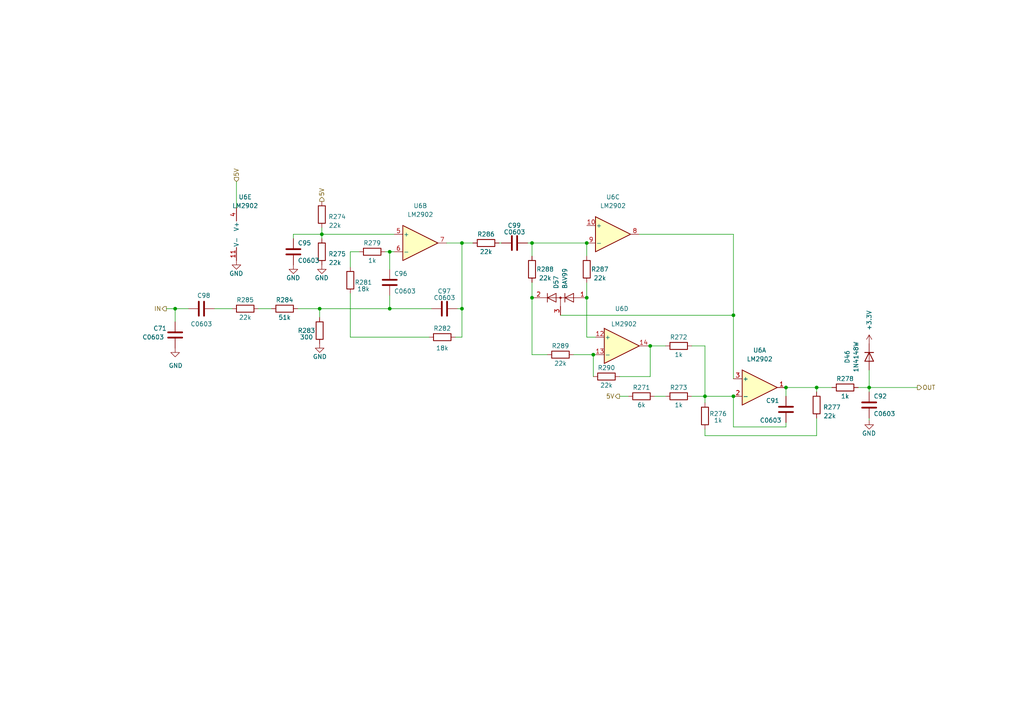
<source format=kicad_sch>
(kicad_sch (version 20211123) (generator eeschema)
  (paper "A4")
  (lib_symbols
    (symbol "Amplifier_Operational:LM2902" (pin_names (offset 0.127))
      (property "Reference" "U" (at 0 5.08 0))
      (property "Value" "LM2902" (at 0 -5.08 0))
      (symbol "LM2902_1_1"
        (polyline (pts (xy -5.08 5.08) (xy 5.08 0) (xy -5.08 -5.08) (xy -5.08 5.08)) (stroke (width 0.254)) (fill (type background)))
        (pin output line (at 7.62 0 180) (length 2.54) (name "~") (number "1"))
        (pin input line (at -7.62 -2.54 0) (length 2.54) (name "-") (number "2"))
        (pin input line (at -7.62 2.54 0) (length 2.54) (name "+") (number "3"))
      )
      (symbol "LM2902_2_1"
        (polyline (pts (xy -5.08 5.08) (xy 5.08 0) (xy -5.08 -5.08) (xy -5.08 5.08)) (stroke (width 0.254)) (fill (type background)))
        (pin input line (at -7.62 2.54 0) (length 2.54) (name "+") (number "5"))
        (pin input line (at -7.62 -2.54 0) (length 2.54) (name "-") (number "6"))
        (pin output line (at 7.62 0 180) (length 2.54) (name "~") (number "7"))
      )
      (symbol "LM2902_3_1"
        (polyline (pts (xy -5.08 5.08) (xy 5.08 0) (xy -5.08 -5.08) (xy -5.08 5.08)) (stroke (width 0.254)) (fill (type background)))
        (pin input line (at -7.62 2.54 0) (length 2.54) (name "+") (number "10"))
        (pin output line (at 7.62 0 180) (length 2.54) (name "~") (number "8"))
        (pin input line (at -7.62 -2.54 0) (length 2.54) (name "-") (number "9"))
      )
      (symbol "LM2902_4_1"
        (polyline (pts (xy -5.08 5.08) (xy 5.08 0) (xy -5.08 -5.08) (xy -5.08 5.08)) (stroke (width 0.254)) (fill (type background)))
        (pin input line (at -7.62 2.54 0) (length 2.54) (name "+") (number "12"))
        (pin input line (at -7.62 -2.54 0) (length 2.54) (name "-") (number "13"))
        (pin output line (at 7.62 0 180) (length 2.54) (name "~") (number "14"))
      )
      (symbol "LM2902_5_1"
        (pin power_in line (at -2.54 -7.62 90) (length 3.81) (name "V-") (number "11"))
        (pin power_in line (at -2.54 7.62 270) (length 3.81) (name "V+") (number "4"))
      )
    )
    (symbol "Device:C" (pin_numbers hide) (pin_names (offset 0.254))
      (property "Reference" "C" (at 0.635 2.54 0))
      (property "Value" "C" (at 0.635 -2.54 0))
      (symbol "C_0_1"
        (polyline (pts (xy -2.032 -0.762) (xy 2.032 -0.762)) (stroke (width 0.508)))
        (polyline (pts (xy -2.032 0.762) (xy 2.032 0.762)) (stroke (width 0.508)))
      )
      (symbol "C_1_1"
        (pin passive line (at 0 3.81 270) (length 2.794) (name "~") (number "1"))
        (pin passive line (at 0 -3.81 90) (length 2.794) (name "~") (number "2"))
      )
    )
    (symbol "Device:R" (pin_numbers hide) (pin_names (offset 0))
      (property "Reference" "R" (at 2.032 0 90))
      (property "Value" "R" (at 0 0 90))
      (symbol "R_0_1"
        (rectangle (start -1.016 -2.54) (end 1.016 2.54) (stroke (width 0.254)))
      )
      (symbol "R_1_1"
        (pin passive line (at 0 3.81 270) (length 1.27) (name "~") (number "1"))
        (pin passive line (at 0 -3.81 90) (length 1.27) (name "~") (number "2"))
      )
    )
    (symbol "Diode:1N4148W" (pin_numbers hide) (pin_names hide)
      (property "Reference" "D" (at 0 2.54 0))
      (property "Value" "1N4148W" (at 0 -2.54 0))
      (symbol "1N4148W_0_1"
        (polyline (pts (xy -1.27 1.27) (xy -1.27 -1.27)) (stroke (width 0.254)))
        (polyline (pts (xy 1.27 0) (xy -1.27 0)))
        (polyline (pts (xy 1.27 1.27) (xy 1.27 -1.27) (xy -1.27 0) (xy 1.27 1.27)) (stroke (width 0.254)))
      )
      (symbol "1N4148W_1_1"
        (pin passive line (at -3.81 0 0) (length 2.54) (name "K") (number "1"))
        (pin passive line (at 3.81 0 180) (length 2.54) (name "A") (number "2"))
      )
    )
    (symbol "Diode:BAV99" (pin_names hide)
      (property "Reference" "D" (at 0 5.08 0))
      (property "Value" "BAV99" (at 0 2.54 0))
      (symbol "BAV99_0_1"
        (polyline (pts (xy -5.08 0) (xy 5.08 0)))
      )
      (symbol "BAV99_1_1"
        (polyline (pts (xy 0 0) (xy 0 -2.54)))
        (polyline (pts (xy -1.27 -1.27) (xy -1.27 1.27) (xy -1.27 1.27)) (stroke (width 0.2032)))
        (polyline (pts (xy 3.81 1.27) (xy 3.81 -1.27) (xy 3.81 -1.27)) (stroke (width 0.2032)))
        (polyline (pts (xy -3.81 1.27) (xy -1.27 0) (xy -3.81 -1.27) (xy -3.81 1.27) (xy -3.81 1.27) (xy -3.81 1.27)) (stroke (width 0.2032)))
        (polyline (pts (xy 1.27 1.27) (xy 3.81 0) (xy 1.27 -1.27) (xy 1.27 1.27) (xy 1.27 1.27) (xy 1.27 1.27)) (stroke (width 0.2032)))
        (circle (center 0 0) (radius 0.254) (fill (type outline)))
        (pin passive line (at -7.62 0 0) (length 2.54) (name "K") (number "1"))
        (pin passive line (at 7.62 0 180) (length 2.54) (name "A") (number "2"))
        (pin passive line (at 0 -5.08 90) (length 2.54) (name "K") (number "3"))
      )
    )
    (symbol "power:+3.3V" (power) (pin_names (offset 0))
      (property "Value" "+3.3V" (at 0 3.556 0))
      (symbol "+3.3V_0_1"
        (polyline (pts (xy -0.762 1.27) (xy 0 2.54)))
        (polyline (pts (xy 0 0) (xy 0 2.54)))
        (polyline (pts (xy 0 2.54) (xy 0.762 1.27)))
      )
      (symbol "+3.3V_1_1"
        (pin power_in line (at 0 0 90) (length 0) hide (name "+3.3V") (number "1"))
      )
    )
    (symbol "power:GND" (power) (pin_names (offset 0))
      (property "Value" "GND" (at 0 -3.81 0))
      (symbol "GND_0_1"
        (polyline (pts (xy 0 0) (xy 0 -1.27) (xy 1.27 -1.27) (xy 0 -2.54) (xy -1.27 -1.27) (xy 0 -1.27)))
      )
      (symbol "GND_1_1"
        (pin power_in line (at 0 0 270) (length 0) hide (name "GND") (number "1"))
      )
    )
  )
  (junction (at 212.725 114.935))
  (junction (at 93.345 67.945))
  (junction (at 252.095 112.395))
  (junction (at 113.03 89.535))
  (junction (at 154.305 86.36))
  (junction (at 92.71 89.535))
  (junction (at 236.855 112.395))
  (junction (at 113.03 73.025))
  (junction (at 188.595 100.33))
  (junction (at 212.725 91.44))
  (junction (at 227.965 112.395))
  (junction (at 133.985 89.535))
  (junction (at 133.985 70.485))
  (junction (at 154.305 70.485))
  (junction (at 172.085 102.87))
  (junction (at 50.8 89.535))
  (junction (at 170.18 86.36))
  (junction (at 170.18 70.485))
  (junction (at 204.47 114.935))
  (wire (pts (xy 212.725 91.44) (xy 212.725 67.945)))
  (wire (pts (xy 252.095 121.92) (xy 252.095 121.285)))
  (wire (pts (xy 204.47 116.84) (xy 204.47 114.935)))
  (wire (pts (xy 172.085 102.87) (xy 172.72 102.87)))
  (wire (pts (xy 133.985 97.79) (xy 133.985 89.535)))
  (wire (pts (xy 204.47 124.46) (xy 204.47 126.365)))
  (wire (pts (xy 204.47 126.365) (xy 236.855 126.365)))
  (wire (pts (xy 101.6 77.47) (xy 101.6 73.025)))
  (wire (pts (xy 170.18 97.79) (xy 172.72 97.79)))
  (wire (pts (xy 212.725 123.825) (xy 227.965 123.825)))
  (wire (pts (xy 188.595 109.22) (xy 188.595 100.33)))
  (wire (pts (xy 172.085 102.87) (xy 172.085 109.22)))
  (wire (pts (xy 125.095 89.535) (xy 113.03 89.535)))
  (wire (pts (xy 236.855 121.285) (xy 236.855 126.365)))
  (wire (pts (xy 114.3 67.945) (xy 93.345 67.945)))
  (wire (pts (xy 187.96 100.33) (xy 188.595 100.33)))
  (wire (pts (xy 170.18 70.485) (xy 170.18 74.295)))
  (wire (pts (xy 154.305 102.87) (xy 158.75 102.87)))
  (wire (pts (xy 162.56 91.44) (xy 212.725 91.44)))
  (wire (pts (xy 85.09 69.215) (xy 85.09 67.945)))
  (wire (pts (xy 266.065 112.395) (xy 252.095 112.395)))
  (wire (pts (xy 101.6 73.025) (xy 104.14 73.025)))
  (wire (pts (xy 62.23 89.535) (xy 67.31 89.535)))
  (wire (pts (xy 154.305 70.485) (xy 154.305 74.295)))
  (wire (pts (xy 50.8 89.535) (xy 50.8 93.345)))
  (wire (pts (xy 85.09 67.945) (xy 93.345 67.945)))
  (wire (pts (xy 93.345 67.945) (xy 93.345 69.215)))
  (wire (pts (xy 227.965 112.395) (xy 236.855 112.395)))
  (wire (pts (xy 212.725 114.935) (xy 212.725 123.825)))
  (wire (pts (xy 132.08 97.79) (xy 133.985 97.79)))
  (wire (pts (xy 170.18 81.915) (xy 170.18 86.36)))
  (wire (pts (xy 133.985 89.535) (xy 132.715 89.535)))
  (wire (pts (xy 200.66 114.935) (xy 204.47 114.935)))
  (wire (pts (xy 236.855 113.665) (xy 236.855 112.395)))
  (wire (pts (xy 50.8 89.535) (xy 54.61 89.535)))
  (wire (pts (xy 68.58 52.705) (xy 68.58 60.325)))
  (wire (pts (xy 188.595 100.33) (xy 193.04 100.33)))
  (wire (pts (xy 212.725 109.855) (xy 212.725 91.44)))
  (wire (pts (xy 166.37 102.87) (xy 172.085 102.87)))
  (wire (pts (xy 189.865 114.935) (xy 193.04 114.935)))
  (wire (pts (xy 200.66 100.33) (xy 204.47 100.33)))
  (wire (pts (xy 252.095 107.315) (xy 252.095 112.395)))
  (wire (pts (xy 212.725 67.945) (xy 185.42 67.945)))
  (wire (pts (xy 92.71 89.535) (xy 113.03 89.535)))
  (wire (pts (xy 227.965 122.555) (xy 227.965 123.825)))
  (wire (pts (xy 154.305 86.36) (xy 154.305 81.915)))
  (wire (pts (xy 93.345 66.04) (xy 93.345 67.945)))
  (wire (pts (xy 204.47 100.33) (xy 204.47 114.935)))
  (wire (pts (xy 179.705 114.935) (xy 182.245 114.935)))
  (wire (pts (xy 124.46 97.79) (xy 101.6 97.79)))
  (wire (pts (xy 154.305 102.87) (xy 154.305 86.36)))
  (wire (pts (xy 114.3 73.025) (xy 113.03 73.025)))
  (wire (pts (xy 74.93 89.535) (xy 78.74 89.535)))
  (wire (pts (xy 86.36 89.535) (xy 92.71 89.535)))
  (wire (pts (xy 113.03 89.535) (xy 113.03 85.725)))
  (wire (pts (xy 101.6 97.79) (xy 101.6 85.09)))
  (wire (pts (xy 170.18 86.36) (xy 170.18 97.79)))
  (wire (pts (xy 48.26 89.535) (xy 50.8 89.535)))
  (wire (pts (xy 113.03 73.025) (xy 113.03 78.105)))
  (wire (pts (xy 145.415 70.485) (xy 144.78 70.485)))
  (wire (pts (xy 227.965 112.395) (xy 227.965 114.935)))
  (wire (pts (xy 113.03 73.025) (xy 111.76 73.025)))
  (wire (pts (xy 92.71 92.075) (xy 92.71 89.535)))
  (wire (pts (xy 248.92 112.395) (xy 252.095 112.395)))
  (wire (pts (xy 153.035 70.485) (xy 154.305 70.485)))
  (wire (pts (xy 179.705 109.22) (xy 188.595 109.22)))
  (wire (pts (xy 133.985 70.485) (xy 133.985 89.535)))
  (wire (pts (xy 252.095 112.395) (xy 252.095 113.665)))
  (wire (pts (xy 137.16 70.485) (xy 133.985 70.485)))
  (wire (pts (xy 236.855 112.395) (xy 241.3 112.395)))
  (wire (pts (xy 204.47 114.935) (xy 212.725 114.935)))
  (wire (pts (xy 129.54 70.485) (xy 133.985 70.485)))
  (wire (pts (xy 154.305 70.485) (xy 170.18 70.485)))
  (wire (pts (xy 154.305 86.36) (xy 154.94 86.36)))
  (hierarchical_label "5V" (shape output) (at 93.345 58.42 90))
  (hierarchical_label "IN" (shape output) (at 48.26 89.535 180))
  (hierarchical_label "5V" (shape output) (at 179.705 114.935 180))
  (hierarchical_label "OUT" (shape output) (at 266.065 112.395 0))
  (hierarchical_label "5V" (shape input) (at 68.58 52.705 90))
  (symbol (lib_id "Device:R") (at 101.6 81.28 0) (mirror y) (unit 1)
    (property "Reference" "R281" (at 105.41 81.915 0))
    (property "Value" "18k" (at 105.41 83.82 0))
    (property "Footprint" "Resistor_SMD:R_0603_1608Metric" (effects hide))
  )
  (symbol (lib_id "Device:C") (at 113.03 81.915 0) (unit 1)
    (property "Reference" "C96" (at 114.3 79.375 0) (effects (justify left)))
    (property "Value" "C0603" (at 114.3 84.455 0) (effects (justify left)))
    (property "Footprint" "Capacitor_SMD:C_0603_1608Metric" (effects hide))
    (property "PageName" "stm32f407_board" (effects hide))
    (property "Part #" "C0603" (effects hide))
  )
  (symbol (lib_id "Device:R") (at 236.855 117.475 0) (mirror y) (unit 1)
    (property "Reference" "R277" (at 241.3 118.11 0))
    (property "Value" "22k" (at 240.665 120.65 0))
    (property "Footprint" "Resistor_SMD:R_0603_1608Metric" (effects hide))
  )
  (symbol (lib_id "power:+3.3V") (at 252.095 99.695 0) (mirror y) (unit 1)
    (property "Reference" "#PWR0319" (effects hide))
    (property "Value" "+3.3V" (at 252.0949 95.885 90) (effects (justify left)))
  )
  (symbol (lib_id "Device:C") (at 227.965 118.745 180) (unit 1)
    (property "Reference" "C91" (at 226.06 116.205 0) (effects (justify left)))
    (property "Value" "C0603" (at 226.695 121.92 0) (effects (justify left)))
    (property "Footprint" "Capacitor_SMD:C_0603_1608Metric" (effects hide))
    (property "PageName" "stm32f407_board" (effects hide))
    (property "Part #" "C0603" (effects hide))
  )
  (symbol (lib_id "Device:R") (at 107.95 73.025 270) (mirror x) (unit 1)
    (property "Reference" "R279" (at 107.95 70.485 90))
    (property "Value" "1k" (at 107.95 75.565 90))
    (property "Footprint" "Resistor_SMD:R_0603_1608Metric" (effects hide))
  )
  (symbol (lib_id "Device:C") (at 85.09 73.025 0) (unit 1)
    (property "Reference" "C95" (at 86.36 70.485 0) (effects (justify left)))
    (property "Value" "C0603" (at 86.36 75.565 0) (effects (justify left)))
    (property "Footprint" "Capacitor_SMD:C_0603_1608Metric" (effects hide))
    (property "PageName" "stm32f407_board" (effects hide))
    (property "Part #" "C0603" (effects hide))
  )
  (symbol (lib_id "Device:R") (at 245.11 112.395 270) (mirror x) (unit 1)
    (property "Reference" "R278" (at 245.11 109.855 90))
    (property "Value" "1k" (at 245.11 114.935 90))
    (property "Footprint" "Resistor_SMD:R_0603_1608Metric" (effects hide))
  )
  (symbol (lib_id "Device:R") (at 71.12 89.535 90) (unit 1)
    (property "Reference" "R285" (at 71.12 86.995 90))
    (property "Value" "22k" (at 71.12 92.075 90))
    (property "Footprint" "Resistor_SMD:R_0603_1608Metric" (effects hide))
  )
  (symbol (lib_id "Device:R") (at 93.345 62.23 0) (mirror y) (unit 1)
    (property "Reference" "R274" (at 97.79 62.865 0))
    (property "Value" "22k" (at 97.155 65.405 0))
    (property "Footprint" "Resistor_SMD:R_0603_1608Metric" (effects hide))
  )
  (symbol (lib_id "Amplifier_Operational:LM2902") (at 177.8 67.945 0) (unit 3)
    (property "Reference" "U6" (at 177.8 57.15 0))
    (property "Value" "LM2902" (at 177.8 59.69 0))
    (property "Footprint" "Package_SO:SO-14_3.9x8.65mm_P1.27mm" (effects hide))
    (property "Datasheet" "http://www.ti.com/lit/ds/symlink/lm2902-n.pdf" (effects hide))
  )
  (symbol (lib_id "Device:R") (at 196.85 114.935 270) (mirror x) (unit 1)
    (property "Reference" "R273" (at 196.85 112.395 90))
    (property "Value" "1k" (at 196.85 117.475 90))
    (property "Footprint" "Resistor_SMD:R_0603_1608Metric" (effects hide))
  )
  (symbol (lib_id "Amplifier_Operational:LM2902") (at 71.12 67.945 0) (unit 5)
    (property "Reference" "U6" (at 71.12 57.15 0))
    (property "Value" "LM2902" (at 71.12 59.69 0))
    (property "Footprint" "Package_SO:SO-14_3.9x8.65mm_P1.27mm" (effects hide))
    (property "Datasheet" "http://www.ti.com/lit/ds/symlink/lm2902-n.pdf" (effects hide))
  )
  (symbol (lib_id "Device:R") (at 82.55 89.535 90) (unit 1)
    (property "Reference" "R284" (at 82.55 86.995 90))
    (property "Value" "51k" (at 82.55 92.075 90))
    (property "Footprint" "Resistor_SMD:R_0603_1608Metric" (effects hide))
  )
  (symbol (lib_id "Amplifier_Operational:LM2902") (at 180.34 100.33 0) (unit 4)
    (property "Reference" "U6" (at 180.34 89.535 0))
    (property "Value" "LM2902" (at 180.975 93.98 0))
    (property "Footprint" "Package_SO:SO-14_3.9x8.65mm_P1.27mm" (effects hide))
    (property "Datasheet" "http://www.ti.com/lit/ds/symlink/lm2902-n.pdf" (effects hide))
  )
  (symbol (lib_id "power:GND") (at 252.095 121.92 0) (mirror y) (unit 1)
    (property "Reference" "#PWR017" (effects hide))
    (property "Value" "GND" (at 254.088 125.6841 0) (effects (justify left)))
  )
  (symbol (lib_id "power:GND") (at 92.71 99.695 0) (unit 1)
    (property "Reference" "#PWR0347" (effects hide))
    (property "Value" "GND" (at 90.717 103.4591 0) (effects (justify left)))
  )
  (symbol (lib_id "Device:R") (at 186.055 114.935 270) (mirror x) (unit 1)
    (property "Reference" "R271" (at 186.055 112.395 90))
    (property "Value" "6k" (at 186.055 117.475 90))
    (property "Footprint" "Resistor_SMD:R_0603_1608Metric" (effects hide))
  )
  (symbol (lib_id "power:GND") (at 68.58 75.565 0) (mirror y) (unit 1)
    (property "Reference" "#PWR0382" (effects hide))
    (property "Value" "GND" (at 70.573 79.3291 0) (effects (justify left)))
  )
  (symbol (lib_id "Amplifier_Operational:LM2902") (at 220.345 112.395 0) (unit 1)
    (property "Reference" "U6" (at 220.345 101.6 0))
    (property "Value" "LM2902" (at 220.345 104.14 0))
    (property "Footprint" "Package_SO:SO-14_3.9x8.65mm_P1.27mm" (effects hide))
    (property "Datasheet" "http://www.ti.com/lit/ds/symlink/lm2902-n.pdf" (effects hide))
  )
  (symbol (lib_id "Device:R") (at 154.305 78.105 180) (unit 1)
    (property "Reference" "R288" (at 158.115 78.105 0))
    (property "Value" "22k" (at 158.115 80.645 0))
    (property "Footprint" "Resistor_SMD:R_0603_1608Metric" (effects hide))
  )
  (symbol (lib_id "Device:R") (at 93.345 73.025 0) (mirror y) (unit 1)
    (property "Reference" "R275" (at 97.79 73.66 0))
    (property "Value" "22k" (at 97.155 76.2 0))
    (property "Footprint" "Resistor_SMD:R_0603_1608Metric" (effects hide))
  )
  (symbol (lib_id "Amplifier_Operational:LM2902") (at 121.92 70.485 0) (unit 2)
    (property "Reference" "U6" (at 121.92 59.69 0))
    (property "Value" "LM2902" (at 121.92 62.23 0))
    (property "Footprint" "Package_SO:SO-14_3.9x8.65mm_P1.27mm" (effects hide))
    (property "Datasheet" "http://www.ti.com/lit/ds/symlink/lm2902-n.pdf" (effects hide))
  )
  (symbol (lib_id "Device:R") (at 128.27 97.79 90) (mirror x) (unit 1)
    (property "Reference" "R282" (at 128.27 95.25 90))
    (property "Value" "18k" (at 128.27 100.965 90))
    (property "Footprint" "Resistor_SMD:R_0603_1608Metric" (effects hide))
  )
  (symbol (lib_id "Device:R") (at 175.895 109.22 90) (unit 1)
    (property "Reference" "R290" (at 175.895 106.68 90))
    (property "Value" "22k" (at 175.895 111.76 90))
    (property "Footprint" "Resistor_SMD:R_0603_1608Metric" (effects hide))
  )
  (symbol (lib_id "Device:R") (at 140.97 70.485 90) (unit 1)
    (property "Reference" "R286" (at 140.97 67.945 90))
    (property "Value" "22k" (at 140.97 73.025 90))
    (property "Footprint" "Resistor_SMD:R_0603_1608Metric" (effects hide))
  )
  (symbol (lib_id "Device:R") (at 196.85 100.33 270) (mirror x) (unit 1)
    (property "Reference" "R272" (at 196.85 97.79 90))
    (property "Value" "1k" (at 196.85 102.87 90))
    (property "Footprint" "Resistor_SMD:R_0603_1608Metric" (effects hide))
  )
  (symbol (lib_id "Device:C") (at 149.225 70.485 90) (unit 1)
    (property "Reference" "C99" (at 151.13 65.405 90) (effects (justify left)))
    (property "Value" "C0603" (at 152.4 67.31 90) (effects (justify left)))
    (property "Footprint" "Capacitor_SMD:C_0603_1608Metric" (effects hide))
    (property "PageName" "stm32f407_board" (effects hide))
    (property "Part #" "C0603" (effects hide))
  )
  (symbol (lib_id "power:GND") (at 93.345 76.835 0) (mirror y) (unit 1)
    (property "Reference" "#PWR016" (effects hide))
    (property "Value" "GND" (at 95.338 80.5991 0) (effects (justify left)))
  )
  (symbol (lib_id "Device:C") (at 128.905 89.535 90) (unit 1)
    (property "Reference" "C97" (at 130.81 84.455 90) (effects (justify left)))
    (property "Value" "C0603" (at 132.08 86.36 90) (effects (justify left)))
    (property "Footprint" "Capacitor_SMD:C_0603_1608Metric" (effects hide))
    (property "PageName" "stm32f407_board" (effects hide))
    (property "Part #" "C0603" (effects hide))
  )
  (symbol (lib_id "Device:C") (at 50.8 97.155 0) (unit 1)
    (property "Reference" "C71" (at 44.45 95.25 0) (effects (justify left)))
    (property "Value" "C0603" (at 41.275 97.79 0) (effects (justify left)))
    (property "Footprint" "Capacitor_SMD:C_0603_1608Metric" (effects hide))
    (property "PageName" "stm32f407_board" (effects hide))
    (property "Part #" "C0603" (effects hide))
  )
  (symbol (lib_id "Device:C") (at 252.095 117.475 0) (unit 1)
    (property "Reference" "C92" (at 253.365 114.935 0) (effects (justify left)))
    (property "Value" "C0603" (at 253.365 120.015 0) (effects (justify left)))
    (property "Footprint" "Capacitor_SMD:C_0603_1608Metric" (effects hide))
    (property "PageName" "stm32f407_board" (effects hide))
    (property "Part #" "C0603" (effects hide))
  )
  (symbol (lib_id "power:GND") (at 50.8 100.965 0) (unit 1)
    (property "Reference" "#PWR0116" (effects hide))
    (property "Value" "GND" (at 48.895 106.045 0) (effects (justify left)))
  )
  (symbol (lib_id "Diode:1N4148W") (at 252.095 103.505 270) (unit 1)
    (property "Reference" "D46" (at 245.745 103.505 0))
    (property "Value" "1N4148W" (at 248.285 103.505 0))
    (property "Footprint" "Diode_SMD:D_SOD-123" (effects hide))
    (property "Datasheet" "https://www.vishay.com/docs/85748/1n4148w.pdf" (effects hide))
  )
  (symbol (lib_id "Device:R") (at 204.47 120.65 0) (mirror y) (unit 1)
    (property "Reference" "R276" (at 208.28 120.015 0))
    (property "Value" "1k" (at 208.28 121.92 0))
    (property "Footprint" "Resistor_SMD:R_0603_1608Metric" (effects hide))
  )
  (symbol (lib_id "Diode:BAV99") (at 162.56 86.36 0) (mirror y) (unit 1)
    (property "Reference" "D57" (at 161.2899 83.82 90) (effects (justify left)))
    (property "Value" "BAV99" (at 163.8299 83.82 90) (effects (justify left)))
    (property "Footprint" "Package_TO_SOT_SMD:SOT-23" (effects hide))
    (property "Datasheet" "https://assets.nexperia.com/documents/data-sheet/BAV99_SER.pdf" (effects hide))
  )
  (symbol (lib_id "Device:C") (at 58.42 89.535 270) (mirror x) (unit 1)
    (property "Reference" "C98" (at 57.15 85.725 90) (effects (justify left)))
    (property "Value" "C0603" (at 55.245 93.98 90) (effects (justify left)))
    (property "Footprint" "Capacitor_SMD:C_0603_1608Metric" (effects hide))
    (property "PageName" "stm32f407_board" (effects hide))
    (property "Part #" "C0603" (effects hide))
  )
  (symbol (lib_id "Device:R") (at 170.18 78.105 180) (unit 1)
    (property "Reference" "R287" (at 173.99 78.105 0))
    (property "Value" "22k" (at 173.99 80.645 0))
    (property "Footprint" "Resistor_SMD:R_0603_1608Metric" (effects hide))
  )
  (symbol (lib_id "Device:R") (at 162.56 102.87 90) (unit 1)
    (property "Reference" "R289" (at 162.56 100.33 90))
    (property "Value" "22k" (at 162.56 105.41 90))
    (property "Footprint" "Resistor_SMD:R_0603_1608Metric" (effects hide))
  )
  (symbol (lib_id "power:GND") (at 85.09 76.835 0) (mirror y) (unit 1)
    (property "Reference" "#PWR015" (effects hide))
    (property "Value" "GND" (at 87.083 80.5991 0) (effects (justify left)))
  )
  (symbol (lib_id "Device:R") (at 92.71 95.885 0) (unit 1)
    (property "Reference" "R283" (at 88.9 95.885 0))
    (property "Value" "300" (at 88.9 97.79 0))
    (property "Footprint" "Resistor_SMD:R_0603_1608Metric" (effects hide))
  )
)
</source>
